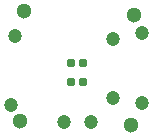
<source format=gbs>
G04*
G04 #@! TF.GenerationSoftware,Altium Limited,Altium Designer,21.8.1 (53)*
G04*
G04 Layer_Color=16711935*
%FSLAX43Y43*%
%MOMM*%
G71*
G04*
G04 #@! TF.SameCoordinates,1D73D155-7DD3-43B3-A4AD-18309685674C*
G04*
G04*
G04 #@! TF.FilePolarity,Negative*
G04*
G01*
G75*
G04:AMPARAMS|DCode=17|XSize=0.71mm|YSize=0.7mm|CornerRadius=0.125mm|HoleSize=0mm|Usage=FLASHONLY|Rotation=180.000|XOffset=0mm|YOffset=0mm|HoleType=Round|Shape=RoundedRectangle|*
%AMROUNDEDRECTD17*
21,1,0.710,0.450,0,0,180.0*
21,1,0.460,0.700,0,0,180.0*
1,1,0.250,-0.230,0.225*
1,1,0.250,0.230,0.225*
1,1,0.250,0.230,-0.225*
1,1,0.250,-0.230,-0.225*
%
%ADD17ROUNDEDRECTD17*%
%ADD19C,1.200*%
%ADD20C,1.300*%
D17*
X-500Y400D02*
D03*
X500D02*
D03*
X-500Y-1150D02*
D03*
X500D02*
D03*
D19*
X1150Y-4600D02*
D03*
X3000Y-2500D02*
D03*
X-1150Y-4600D02*
D03*
X-5246Y2756D02*
D03*
X5500Y3000D02*
D03*
Y-3000D02*
D03*
X-5641Y-3120D02*
D03*
X3000Y2500D02*
D03*
D20*
X-4828Y-4500D02*
D03*
X4500Y-4828D02*
D03*
X-4500Y4828D02*
D03*
X4828Y4500D02*
D03*
M02*

</source>
